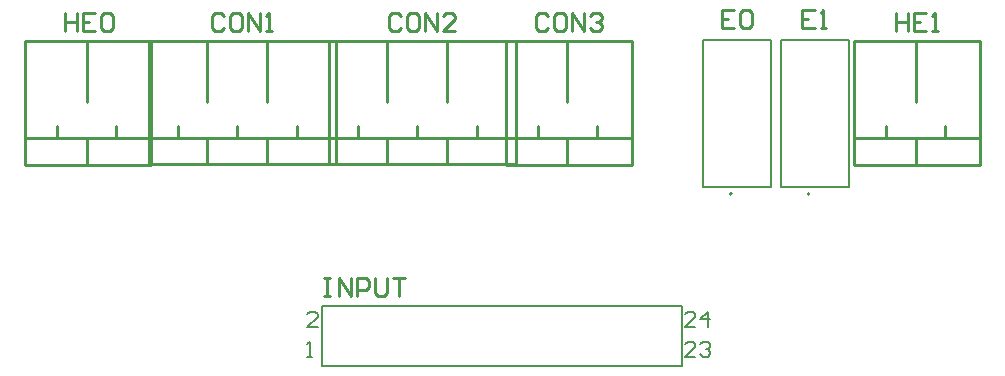
<source format=gto>
G04*
G04 #@! TF.GenerationSoftware,Altium Limited,Altium Designer,21.1.1 (26)*
G04*
G04 Layer_Color=65535*
%FSLAX42Y42*%
%MOMM*%
G71*
G04*
G04 #@! TF.SameCoordinates,281B101C-6917-4EE5-BD1B-C9311E42025A*
G04*
G04*
G04 #@! TF.FilePolarity,Positive*
G04*
G01*
G75*
%ADD10C,0.20*%
%ADD11C,0.25*%
%ADD12C,0.13*%
%ADD13C,0.20*%
D10*
X6210Y1836D02*
G03*
X6210Y1836I-10J0D01*
G01*
X6868D02*
G03*
X6868Y1836I-10J0D01*
G01*
X2743Y380D02*
X5791D01*
X2743Y888D02*
X5791D01*
X2743Y380D02*
Y888D01*
X5791Y380D02*
Y888D01*
D11*
X1516Y2310D02*
Y2410D01*
X2016Y2310D02*
Y2410D01*
X1766Y2089D02*
Y2310D01*
X1271D02*
X2858D01*
X1271Y2089D02*
Y3131D01*
X2858D01*
X1271Y2089D02*
X2858D01*
X1766Y2610D02*
Y3131D01*
X2274Y2610D02*
Y3131D01*
X2858Y2089D02*
Y3131D01*
X2274Y2089D02*
Y2310D01*
X2524D02*
Y2410D01*
X7514Y2310D02*
Y2410D01*
X8014Y2310D02*
Y2410D01*
X7764Y2077D02*
Y2310D01*
X7243D02*
X8310D01*
X7243Y2077D02*
Y3131D01*
X8310D01*
X8310Y2077D01*
X7243D02*
X8310D01*
X7764Y3131D02*
X7764Y2610D01*
X748Y3131D02*
X749Y2610D01*
X228Y2077D02*
X1295D01*
X1294Y3131D02*
X1295Y2077D01*
X228Y3131D02*
X1294D01*
X228Y2077D02*
Y3131D01*
Y2310D02*
X1295D01*
X749Y2077D02*
Y2310D01*
X999D02*
Y2410D01*
X499Y2310D02*
Y2410D01*
X3040Y2310D02*
Y2410D01*
X3540Y2310D02*
Y2410D01*
X3290Y2089D02*
Y2310D01*
X2795D02*
X4382D01*
X2795Y2089D02*
Y3131D01*
X4382D01*
X2795Y2089D02*
X4382D01*
X3290Y2610D02*
Y3131D01*
X3798Y2610D02*
Y3131D01*
X4382Y2089D02*
Y3131D01*
X3798Y2089D02*
Y2310D01*
X4048D02*
Y2410D01*
X4564Y2310D02*
Y2410D01*
X5064Y2310D02*
Y2410D01*
X4814Y2077D02*
Y2310D01*
X4293D02*
X5360D01*
X4293Y2077D02*
Y3131D01*
X5360D01*
X5360Y2077D01*
X4293D02*
X5360D01*
X4814Y2610D02*
Y3131D01*
X2757Y1124D02*
X2808D01*
X2783D01*
Y971D01*
X2757D01*
X2808D01*
X2884D02*
Y1124D01*
X2986Y971D01*
Y1124D01*
X3037Y971D02*
Y1124D01*
X3113D01*
X3138Y1098D01*
Y1048D01*
X3113Y1022D01*
X3037D01*
X3189Y1124D02*
Y997D01*
X3214Y971D01*
X3265D01*
X3290Y997D01*
Y1124D01*
X3341D02*
X3443D01*
X3392D01*
Y971D01*
X4651Y3346D02*
X4625Y3371D01*
X4575D01*
X4549Y3346D01*
Y3244D01*
X4575Y3219D01*
X4625D01*
X4651Y3244D01*
X4778Y3371D02*
X4727D01*
X4701Y3346D01*
Y3244D01*
X4727Y3219D01*
X4778D01*
X4803Y3244D01*
Y3346D01*
X4778Y3371D01*
X4854Y3219D02*
Y3371D01*
X4955Y3219D01*
Y3371D01*
X5006Y3346D02*
X5032Y3371D01*
X5082D01*
X5108Y3346D01*
Y3320D01*
X5082Y3295D01*
X5057D01*
X5082D01*
X5108Y3270D01*
Y3244D01*
X5082Y3219D01*
X5032D01*
X5006Y3244D01*
X3411Y3346D02*
X3386Y3371D01*
X3335D01*
X3310Y3346D01*
Y3244D01*
X3335Y3219D01*
X3386D01*
X3411Y3244D01*
X3538Y3371D02*
X3487D01*
X3462Y3346D01*
Y3244D01*
X3487Y3219D01*
X3538D01*
X3564Y3244D01*
Y3346D01*
X3538Y3371D01*
X3614Y3219D02*
Y3371D01*
X3716Y3219D01*
Y3371D01*
X3868Y3219D02*
X3767D01*
X3868Y3320D01*
Y3346D01*
X3843Y3371D01*
X3792D01*
X3767Y3346D01*
X1913D02*
X1887Y3371D01*
X1836D01*
X1811Y3346D01*
Y3244D01*
X1836Y3219D01*
X1887D01*
X1913Y3244D01*
X2040Y3371D02*
X1989D01*
X1963Y3346D01*
Y3244D01*
X1989Y3219D01*
X2040D01*
X2065Y3244D01*
Y3346D01*
X2040Y3371D01*
X2116Y3219D02*
Y3371D01*
X2217Y3219D01*
Y3371D01*
X2268Y3219D02*
X2319D01*
X2293D01*
Y3371D01*
X2268Y3346D01*
X6909Y3394D02*
X6807D01*
Y3242D01*
X6909D01*
X6807Y3318D02*
X6858D01*
X6960Y3242D02*
X7010D01*
X6985D01*
Y3394D01*
X6960Y3369D01*
X6228Y3394D02*
X6126D01*
Y3242D01*
X6228D01*
X6126Y3318D02*
X6177D01*
X6279Y3369D02*
X6304Y3394D01*
X6355D01*
X6380Y3369D01*
Y3267D01*
X6355Y3242D01*
X6304D01*
X6279Y3267D01*
Y3369D01*
X561Y3371D02*
Y3219D01*
Y3295D01*
X663D01*
Y3371D01*
Y3219D01*
X815Y3371D02*
X714D01*
Y3219D01*
X815D01*
X714Y3295D02*
X764D01*
X866Y3346D02*
X891Y3371D01*
X942D01*
X968Y3346D01*
Y3244D01*
X942Y3219D01*
X891D01*
X866Y3244D01*
Y3346D01*
X7602Y3371D02*
Y3219D01*
Y3295D01*
X7704D01*
Y3371D01*
Y3219D01*
X7856Y3371D02*
X7755D01*
Y3219D01*
X7856D01*
X7755Y3295D02*
X7805D01*
X7907Y3219D02*
X7958D01*
X7932D01*
Y3371D01*
X7907Y3346D01*
D12*
X6540Y1897D02*
Y3137D01*
X5965D02*
X6540D01*
X5965Y1897D02*
Y3137D01*
Y1897D02*
X6540D01*
X7197D02*
Y3137D01*
X6622D02*
X7197D01*
X6622Y1897D02*
Y3137D01*
Y1897D02*
X7197D01*
D13*
X5901Y711D02*
X5816D01*
X5901Y795D01*
Y816D01*
X5880Y838D01*
X5838D01*
X5816Y816D01*
X6007Y711D02*
Y838D01*
X5943Y774D01*
X6028D01*
X5901Y457D02*
X5816D01*
X5901Y541D01*
Y562D01*
X5880Y584D01*
X5838D01*
X5816Y562D01*
X5943D02*
X5965Y584D01*
X6007D01*
X6028Y562D01*
Y541D01*
X6007Y520D01*
X5986D01*
X6007D01*
X6028Y499D01*
Y478D01*
X6007Y457D01*
X5965D01*
X5943Y478D01*
X2701Y711D02*
X2616D01*
X2701Y795D01*
Y816D01*
X2679Y838D01*
X2637D01*
X2616Y816D01*
Y457D02*
X2658D01*
X2637D01*
Y584D01*
X2616Y562D01*
M02*

</source>
